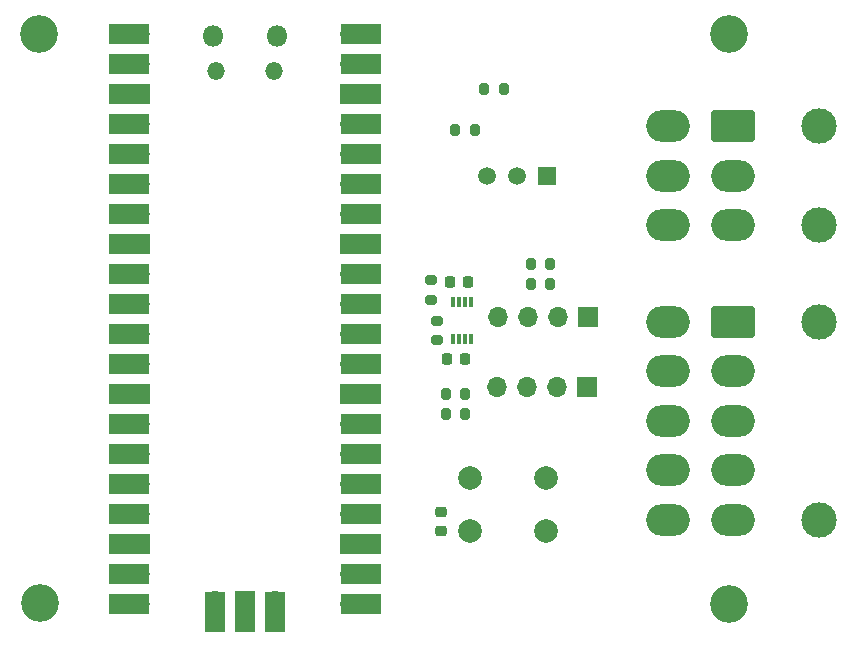
<source format=gbr>
%TF.GenerationSoftware,KiCad,Pcbnew,8.99.0-1891-ge2bd76bdce*%
%TF.CreationDate,2024-09-02T10:31:20+03:00*%
%TF.ProjectId,diagnostic_tester,64696167-6e6f-4737-9469-635f74657374,rev?*%
%TF.SameCoordinates,Original*%
%TF.FileFunction,Soldermask,Top*%
%TF.FilePolarity,Negative*%
%FSLAX46Y46*%
G04 Gerber Fmt 4.6, Leading zero omitted, Abs format (unit mm)*
G04 Created by KiCad (PCBNEW 8.99.0-1891-ge2bd76bdce) date 2024-09-02 10:31:20*
%MOMM*%
%LPD*%
G01*
G04 APERTURE LIST*
G04 Aperture macros list*
%AMRoundRect*
0 Rectangle with rounded corners*
0 $1 Rounding radius*
0 $2 $3 $4 $5 $6 $7 $8 $9 X,Y pos of 4 corners*
0 Add a 4 corners polygon primitive as box body*
4,1,4,$2,$3,$4,$5,$6,$7,$8,$9,$2,$3,0*
0 Add four circle primitives for the rounded corners*
1,1,$1+$1,$2,$3*
1,1,$1+$1,$4,$5*
1,1,$1+$1,$6,$7*
1,1,$1+$1,$8,$9*
0 Add four rect primitives between the rounded corners*
20,1,$1+$1,$2,$3,$4,$5,0*
20,1,$1+$1,$4,$5,$6,$7,0*
20,1,$1+$1,$6,$7,$8,$9,0*
20,1,$1+$1,$8,$9,$2,$3,0*%
G04 Aperture macros list end*
%ADD10C,3.000000*%
%ADD11RoundRect,0.250001X-1.599999X1.099999X-1.599999X-1.099999X1.599999X-1.099999X1.599999X1.099999X0*%
%ADD12O,3.700000X2.700000*%
%ADD13C,2.000000*%
%ADD14RoundRect,0.200000X0.275000X-0.200000X0.275000X0.200000X-0.275000X0.200000X-0.275000X-0.200000X0*%
%ADD15C,3.200000*%
%ADD16R,1.700000X1.700000*%
%ADD17O,1.700000X1.700000*%
%ADD18RoundRect,0.225000X-0.225000X-0.250000X0.225000X-0.250000X0.225000X0.250000X-0.225000X0.250000X0*%
%ADD19RoundRect,0.225000X0.250000X-0.225000X0.250000X0.225000X-0.250000X0.225000X-0.250000X-0.225000X0*%
%ADD20RoundRect,0.200000X0.200000X0.275000X-0.200000X0.275000X-0.200000X-0.275000X0.200000X-0.275000X0*%
%ADD21RoundRect,0.200000X-0.200000X-0.275000X0.200000X-0.275000X0.200000X0.275000X-0.200000X0.275000X0*%
%ADD22R,0.300000X0.850000*%
%ADD23R,1.500000X1.500000*%
%ADD24C,1.500000*%
%ADD25RoundRect,0.225000X0.225000X0.250000X-0.225000X0.250000X-0.225000X-0.250000X0.225000X-0.250000X0*%
%ADD26O,1.800000X1.800000*%
%ADD27O,1.500000X1.500000*%
%ADD28R,3.500000X1.700000*%
%ADD29R,1.700000X3.500000*%
G04 APERTURE END LIST*
D10*
%TO.C,J4*%
X112585000Y-63790000D03*
X112585000Y-80590000D03*
D11*
X105285000Y-63790000D03*
D12*
X105285000Y-67990000D03*
X105285000Y-72190000D03*
X105285000Y-76390000D03*
X105285000Y-80590000D03*
X99785000Y-63790000D03*
X99785000Y-67990000D03*
X99785000Y-72190000D03*
X99785000Y-76390000D03*
X99785000Y-80590000D03*
%TD*%
D13*
%TO.C,SW1*%
X89500000Y-81500000D03*
X83000000Y-81500000D03*
X89500000Y-77000000D03*
X83000000Y-77000000D03*
%TD*%
D14*
%TO.C,R6*%
X79700000Y-61950000D03*
X79700000Y-60300000D03*
%TD*%
D15*
%TO.C,H1*%
X104940000Y-39450000D03*
%TD*%
%TO.C,H3*%
X46590000Y-87630000D03*
%TD*%
D16*
%TO.C,J1*%
X93000000Y-63400000D03*
D17*
X90460000Y-63400000D03*
X87920000Y-63400000D03*
X85380000Y-63400000D03*
%TD*%
D18*
%TO.C,C3*%
X81325000Y-60420000D03*
X82875000Y-60420000D03*
%TD*%
D19*
%TO.C,C1*%
X80540000Y-81495000D03*
X80540000Y-79945000D03*
%TD*%
D20*
%TO.C,R4*%
X82620000Y-71600000D03*
X80970000Y-71600000D03*
%TD*%
D14*
%TO.C,R5*%
X80200000Y-65350000D03*
X80200000Y-63700000D03*
%TD*%
D21*
%TO.C,R8*%
X88170000Y-58910000D03*
X89820000Y-58910000D03*
%TD*%
D22*
%TO.C,U1*%
X83090000Y-62170000D03*
X82590000Y-62170000D03*
X82090000Y-62170000D03*
X81590000Y-62170000D03*
X81590000Y-65270000D03*
X82090000Y-65270000D03*
X82590000Y-65270000D03*
X83090000Y-65270000D03*
%TD*%
D23*
%TO.C,U2*%
X89580000Y-51500000D03*
D24*
X87040000Y-51500000D03*
X84500000Y-51500000D03*
%TD*%
D16*
%TO.C,J2*%
X92970000Y-69320000D03*
D17*
X90430000Y-69320000D03*
X87890000Y-69320000D03*
X85350000Y-69320000D03*
%TD*%
D10*
%TO.C,J3*%
X112585000Y-47250000D03*
X112585000Y-55650000D03*
D11*
X105285000Y-47250000D03*
D12*
X105285000Y-51450000D03*
X105285000Y-55650000D03*
X99785000Y-47250000D03*
X99785000Y-51450000D03*
X99785000Y-55650000D03*
%TD*%
D20*
%TO.C,R1*%
X85885000Y-44100000D03*
X84235000Y-44100000D03*
%TD*%
%TO.C,R2*%
X83430000Y-47600000D03*
X81780000Y-47600000D03*
%TD*%
D25*
%TO.C,C2*%
X82610000Y-66960000D03*
X81060000Y-66960000D03*
%TD*%
D15*
%TO.C,H4*%
X104960000Y-87660000D03*
%TD*%
D21*
%TO.C,R7*%
X88175000Y-60600000D03*
X89825000Y-60600000D03*
%TD*%
D20*
%TO.C,R3*%
X82620000Y-69900000D03*
X80970000Y-69900000D03*
%TD*%
D26*
%TO.C,U3*%
X61250000Y-39570000D03*
D27*
X61550000Y-42600000D03*
X66400000Y-42600000D03*
D26*
X66700000Y-39570000D03*
D17*
X55085000Y-39440000D03*
D28*
X54185000Y-39440000D03*
D17*
X55085000Y-41980000D03*
D28*
X54185000Y-41980000D03*
D16*
X55085000Y-44520000D03*
D28*
X54185000Y-44520000D03*
D17*
X55085000Y-47060000D03*
D28*
X54185000Y-47060000D03*
D17*
X55085000Y-49600000D03*
D28*
X54185000Y-49600000D03*
D17*
X55085000Y-52140000D03*
D28*
X54185000Y-52140000D03*
D17*
X55085000Y-54680000D03*
D28*
X54185000Y-54680000D03*
D16*
X55085000Y-57220000D03*
D28*
X54185000Y-57220000D03*
D17*
X55085000Y-59760000D03*
D28*
X54185000Y-59760000D03*
D17*
X55085000Y-62300000D03*
D28*
X54185000Y-62300000D03*
D17*
X55085000Y-64840000D03*
D28*
X54185000Y-64840000D03*
D17*
X55085000Y-67380000D03*
D28*
X54185000Y-67380000D03*
D16*
X55085000Y-69920000D03*
D28*
X54185000Y-69920000D03*
D17*
X55085000Y-72460000D03*
D28*
X54185000Y-72460000D03*
D17*
X55085000Y-75000000D03*
D28*
X54185000Y-75000000D03*
D17*
X55085000Y-77540000D03*
D28*
X54185000Y-77540000D03*
D17*
X55085000Y-80080000D03*
D28*
X54185000Y-80080000D03*
D16*
X55085000Y-82620000D03*
D28*
X54185000Y-82620000D03*
D17*
X55085000Y-85160000D03*
D28*
X54185000Y-85160000D03*
D17*
X55085000Y-87700000D03*
D28*
X54185000Y-87700000D03*
D17*
X72865000Y-87700000D03*
D28*
X73765000Y-87700000D03*
D17*
X72865000Y-85160000D03*
D28*
X73765000Y-85160000D03*
D16*
X72865000Y-82620000D03*
D28*
X73765000Y-82620000D03*
D17*
X72865000Y-80080000D03*
D28*
X73765000Y-80080000D03*
D17*
X72865000Y-77540000D03*
D28*
X73765000Y-77540000D03*
D17*
X72865000Y-75000000D03*
D28*
X73765000Y-75000000D03*
D17*
X72865000Y-72460000D03*
D28*
X73765000Y-72460000D03*
D16*
X72865000Y-69920000D03*
D28*
X73765000Y-69920000D03*
D17*
X72865000Y-67380000D03*
D28*
X73765000Y-67380000D03*
D17*
X72865000Y-64840000D03*
D28*
X73765000Y-64840000D03*
D17*
X72865000Y-62300000D03*
D28*
X73765000Y-62300000D03*
D17*
X72865000Y-59760000D03*
D28*
X73765000Y-59760000D03*
D16*
X72865000Y-57220000D03*
D28*
X73765000Y-57220000D03*
D17*
X72865000Y-54680000D03*
D28*
X73765000Y-54680000D03*
D17*
X72865000Y-52140000D03*
D28*
X73765000Y-52140000D03*
D17*
X72865000Y-49600000D03*
D28*
X73765000Y-49600000D03*
D17*
X72865000Y-47060000D03*
D28*
X73765000Y-47060000D03*
D16*
X72865000Y-44520000D03*
D28*
X73765000Y-44520000D03*
D17*
X72865000Y-41980000D03*
D28*
X73765000Y-41980000D03*
D17*
X72865000Y-39440000D03*
D28*
X73765000Y-39440000D03*
D17*
X61435000Y-87470000D03*
D29*
X61435000Y-88370000D03*
D16*
X63975000Y-87470000D03*
D29*
X63975000Y-88370000D03*
D17*
X66515000Y-87470000D03*
D29*
X66515000Y-88370000D03*
%TD*%
D15*
%TO.C,H2*%
X46560000Y-39440000D03*
%TD*%
M02*

</source>
